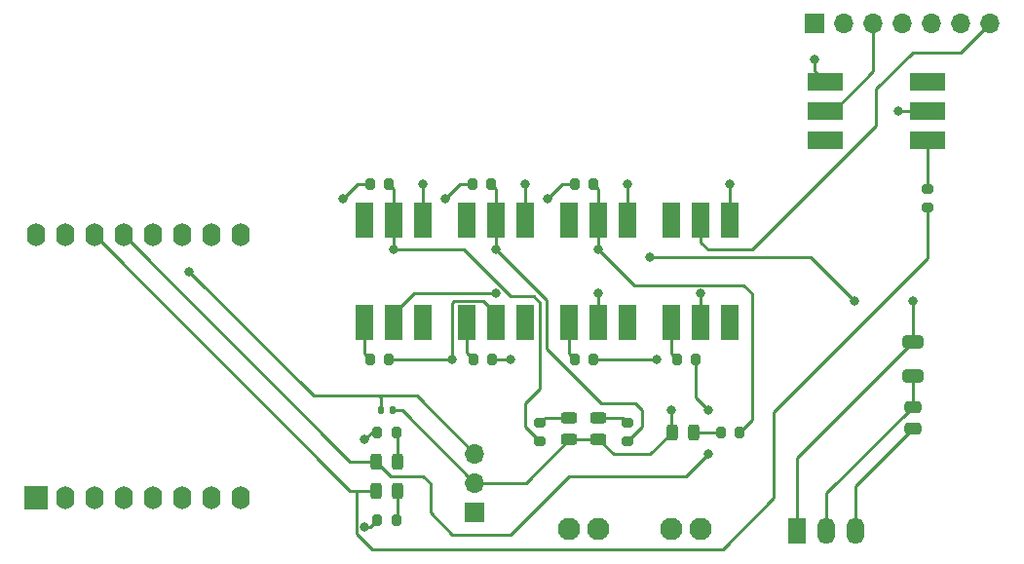
<source format=gbr>
%TF.GenerationSoftware,KiCad,Pcbnew,(7.0.0-0)*%
%TF.CreationDate,2023-05-22T11:06:43+02:00*%
%TF.ProjectId,garage-door-driver,67617261-6765-42d6-946f-6f722d647269,rev?*%
%TF.SameCoordinates,Original*%
%TF.FileFunction,Copper,L1,Top*%
%TF.FilePolarity,Positive*%
%FSLAX46Y46*%
G04 Gerber Fmt 4.6, Leading zero omitted, Abs format (unit mm)*
G04 Created by KiCad (PCBNEW (7.0.0-0)) date 2023-05-22 11:06:43*
%MOMM*%
%LPD*%
G01*
G04 APERTURE LIST*
G04 Aperture macros list*
%AMRoundRect*
0 Rectangle with rounded corners*
0 $1 Rounding radius*
0 $2 $3 $4 $5 $6 $7 $8 $9 X,Y pos of 4 corners*
0 Add a 4 corners polygon primitive as box body*
4,1,4,$2,$3,$4,$5,$6,$7,$8,$9,$2,$3,0*
0 Add four circle primitives for the rounded corners*
1,1,$1+$1,$2,$3*
1,1,$1+$1,$4,$5*
1,1,$1+$1,$6,$7*
1,1,$1+$1,$8,$9*
0 Add four rect primitives between the rounded corners*
20,1,$1+$1,$2,$3,$4,$5,0*
20,1,$1+$1,$4,$5,$6,$7,0*
20,1,$1+$1,$6,$7,$8,$9,0*
20,1,$1+$1,$8,$9,$2,$3,0*%
G04 Aperture macros list end*
%TA.AperFunction,SMDPad,CuDef*%
%ADD10RoundRect,0.200000X0.200000X0.275000X-0.200000X0.275000X-0.200000X-0.275000X0.200000X-0.275000X0*%
%TD*%
%TA.AperFunction,SMDPad,CuDef*%
%ADD11RoundRect,0.200000X0.275000X-0.200000X0.275000X0.200000X-0.275000X0.200000X-0.275000X-0.200000X0*%
%TD*%
%TA.AperFunction,SMDPad,CuDef*%
%ADD12RoundRect,0.250000X-0.650000X0.325000X-0.650000X-0.325000X0.650000X-0.325000X0.650000X0.325000X0*%
%TD*%
%TA.AperFunction,SMDPad,CuDef*%
%ADD13R,1.600000X3.100000*%
%TD*%
%TA.AperFunction,SMDPad,CuDef*%
%ADD14RoundRect,0.250000X0.475000X-0.250000X0.475000X0.250000X-0.475000X0.250000X-0.475000X-0.250000X0*%
%TD*%
%TA.AperFunction,SMDPad,CuDef*%
%ADD15RoundRect,0.135000X0.135000X0.185000X-0.135000X0.185000X-0.135000X-0.185000X0.135000X-0.185000X0*%
%TD*%
%TA.AperFunction,SMDPad,CuDef*%
%ADD16RoundRect,0.243750X0.243750X0.456250X-0.243750X0.456250X-0.243750X-0.456250X0.243750X-0.456250X0*%
%TD*%
%TA.AperFunction,ComponentPad*%
%ADD17R,1.700000X1.700000*%
%TD*%
%TA.AperFunction,ComponentPad*%
%ADD18O,1.700000X1.700000*%
%TD*%
%TA.AperFunction,ComponentPad*%
%ADD19R,2.000000X2.000000*%
%TD*%
%TA.AperFunction,ComponentPad*%
%ADD20O,1.600000X2.000000*%
%TD*%
%TA.AperFunction,SMDPad,CuDef*%
%ADD21R,3.100000X1.600000*%
%TD*%
%TA.AperFunction,SMDPad,CuDef*%
%ADD22RoundRect,0.243750X-0.456250X0.243750X-0.456250X-0.243750X0.456250X-0.243750X0.456250X0.243750X0*%
%TD*%
%TA.AperFunction,ComponentPad*%
%ADD23C,1.950000*%
%TD*%
%TA.AperFunction,SMDPad,CuDef*%
%ADD24RoundRect,0.200000X-0.200000X-0.275000X0.200000X-0.275000X0.200000X0.275000X-0.200000X0.275000X0*%
%TD*%
%TA.AperFunction,ComponentPad*%
%ADD25R,1.500000X2.300000*%
%TD*%
%TA.AperFunction,ComponentPad*%
%ADD26O,1.500000X2.300000*%
%TD*%
%TA.AperFunction,ViaPad*%
%ADD27C,0.800000*%
%TD*%
%TA.AperFunction,Conductor*%
%ADD28C,0.250000*%
%TD*%
G04 APERTURE END LIST*
D10*
%TO.P,R11,1*%
%TO.N,Net-(D4-A)*%
X179895000Y-90170000D03*
%TO.P,R11,2*%
%TO.N,Net-(R11-Pad2)*%
X178245000Y-90170000D03*
%TD*%
D11*
%TO.P,R6,1*%
%TO.N,Net-(U2-MISO{slash}D6)*%
X173990000Y-97345000D03*
%TO.P,R6,2*%
%TO.N,Net-(D3-K)*%
X173990000Y-95695000D03*
%TD*%
D12*
%TO.P,C1,1*%
%TO.N,+24V*%
X198755000Y-88695000D03*
%TO.P,C1,2*%
%TO.N,GND*%
X198755000Y-91645000D03*
%TD*%
D13*
%TO.P,U3,1*%
%TO.N,Net-(R5-Pad2)*%
X151129999Y-86994999D03*
%TO.P,U3,2*%
%TO.N,Net-(J3-Pin_1)*%
X153669999Y-86994999D03*
%TO.P,U3,3,NC*%
%TO.N,unconnected-(U3-NC-Pad3)*%
X156209999Y-86994999D03*
%TO.P,U3,4*%
%TO.N,GND*%
X156209999Y-78104999D03*
%TO.P,U3,5*%
%TO.N,Net-(U2-SCK{slash}D5)*%
X153669999Y-78104999D03*
%TO.P,U3,6*%
%TO.N,unconnected-(U3-Pad6)*%
X151129999Y-78104999D03*
%TD*%
D14*
%TO.P,C2,1*%
%TO.N,+5V*%
X198755000Y-96200000D03*
%TO.P,C2,2*%
%TO.N,GND*%
X198755000Y-94300000D03*
%TD*%
D13*
%TO.P,U5,1*%
%TO.N,Net-(R10-Pad2)*%
X160019999Y-86994999D03*
%TO.P,U5,2*%
%TO.N,Net-(J3-Pin_2)*%
X162559999Y-86994999D03*
%TO.P,U5,3,NC*%
%TO.N,unconnected-(U5-NC-Pad3)*%
X165099999Y-86994999D03*
%TO.P,U5,4*%
%TO.N,GND*%
X165099999Y-78104999D03*
%TO.P,U5,5*%
%TO.N,Net-(U2-MISO{slash}D6)*%
X162559999Y-78104999D03*
%TO.P,U5,6*%
%TO.N,unconnected-(U5-Pad6)*%
X160019999Y-78104999D03*
%TD*%
D15*
%TO.P,R1,1*%
%TO.N,+3V3*%
X153545000Y-94615000D03*
%TO.P,R1,2*%
%TO.N,Net-(J1-Pin_3)*%
X152525000Y-94615000D03*
%TD*%
D16*
%TO.P,D2,1,K*%
%TO.N,Net-(D2-K)*%
X153972500Y-101600000D03*
%TO.P,D2,2,A*%
%TO.N,Net-(D2-A)*%
X152097500Y-101600000D03*
%TD*%
D10*
%TO.P,R14,1*%
%TO.N,Net-(J2-Pin_1)*%
X171005000Y-90170000D03*
%TO.P,R14,2*%
%TO.N,Net-(R14-Pad2)*%
X169355000Y-90170000D03*
%TD*%
D11*
%TO.P,R7,1*%
%TO.N,Net-(D2-A)*%
X200025000Y-77025000D03*
%TO.P,R7,2*%
%TO.N,Net-(R7-Pad2)*%
X200025000Y-75375000D03*
%TD*%
D10*
%TO.P,R12,1*%
%TO.N,Net-(U2-MOSI{slash}D7)*%
X183705000Y-96520000D03*
%TO.P,R12,2*%
%TO.N,Net-(D5-K)*%
X182055000Y-96520000D03*
%TD*%
%TO.P,R10,1*%
%TO.N,Net-(J3-Pin_1)*%
X162203000Y-90170000D03*
%TO.P,R10,2*%
%TO.N,Net-(R10-Pad2)*%
X160553000Y-90170000D03*
%TD*%
D16*
%TO.P,D5,1,K*%
%TO.N,Net-(D5-K)*%
X179705000Y-96520000D03*
%TO.P,D5,2,A*%
%TO.N,+3V3*%
X177830000Y-96520000D03*
%TD*%
D17*
%TO.P,J1,1,Pin_1*%
%TO.N,GND*%
X160654999Y-103444999D03*
D18*
%TO.P,J1,2,Pin_2*%
%TO.N,+3V3*%
X160654999Y-100904999D03*
%TO.P,J1,3,Pin_3*%
%TO.N,Net-(J1-Pin_3)*%
X160654999Y-98364999D03*
%TD*%
D19*
%TO.P,U2,1,~{RST}*%
%TO.N,unconnected-(U2-~{RST}-Pad1)*%
X122554999Y-102234999D03*
D20*
%TO.P,U2,2,A0*%
%TO.N,unconnected-(U2-A0-Pad2)*%
X125094999Y-102234999D03*
%TO.P,U2,3,D0*%
%TO.N,unconnected-(U2-D0-Pad3)*%
X127634999Y-102234999D03*
%TO.P,U2,4,SCK/D5*%
%TO.N,Net-(U2-SCK{slash}D5)*%
X130174999Y-102234999D03*
%TO.P,U2,5,MISO/D6*%
%TO.N,Net-(U2-MISO{slash}D6)*%
X132714999Y-102234999D03*
%TO.P,U2,6,MOSI/D7*%
%TO.N,Net-(U2-MOSI{slash}D7)*%
X135254999Y-102234999D03*
%TO.P,U2,7,CS/D8*%
%TO.N,unconnected-(U2-CS{slash}D8-Pad7)*%
X137794999Y-102234999D03*
%TO.P,U2,8,3V3*%
%TO.N,+3V3*%
X140334999Y-102234999D03*
%TO.P,U2,9,5V*%
%TO.N,+5V*%
X140334999Y-79374999D03*
%TO.P,U2,10,GND*%
%TO.N,GND*%
X137794999Y-79374999D03*
%TO.P,U2,11,D4*%
%TO.N,unconnected-(U2-D4-Pad11)*%
X135254999Y-79374999D03*
%TO.P,U2,12,D3*%
%TO.N,unconnected-(U2-D3-Pad12)*%
X132714999Y-79374999D03*
%TO.P,U2,13,SDA/D2*%
%TO.N,Net-(D4-A)*%
X130174999Y-79374999D03*
%TO.P,U2,14,SCL/D1*%
%TO.N,Net-(D2-A)*%
X127634999Y-79374999D03*
%TO.P,U2,15,RX*%
%TO.N,Net-(J1-Pin_3)*%
X125094999Y-79374999D03*
%TO.P,U2,16,TX*%
%TO.N,unconnected-(U2-TX-Pad16)*%
X122554999Y-79374999D03*
%TD*%
D21*
%TO.P,U4,1*%
%TO.N,Net-(R7-Pad2)*%
X200024999Y-71119999D03*
%TO.P,U4,2*%
%TO.N,GND*%
X200024999Y-68579999D03*
%TO.P,U4,3,NC*%
%TO.N,unconnected-(U4-NC-Pad3)*%
X200024999Y-66039999D03*
%TO.P,U4,4*%
%TO.N,GND*%
X191134999Y-66039999D03*
%TO.P,U4,5*%
%TO.N,Net-(J4-Pin_3)*%
X191134999Y-68579999D03*
%TO.P,U4,6*%
%TO.N,unconnected-(U4-Pad6)*%
X191134999Y-71119999D03*
%TD*%
D17*
%TO.P,J4,1,Pin_1*%
%TO.N,GND*%
X190245999Y-60959999D03*
D18*
%TO.P,J4,2,Pin_2*%
%TO.N,unconnected-(J4-Pin_2-Pad2)*%
X192785999Y-60959999D03*
%TO.P,J4,3,Pin_3*%
%TO.N,Net-(J4-Pin_3)*%
X195325999Y-60959999D03*
%TO.P,J4,4,Pin_4*%
%TO.N,unconnected-(J4-Pin_4-Pad4)*%
X197865999Y-60959999D03*
%TO.P,J4,5,Pin_5*%
%TO.N,+24V*%
X200405999Y-60959999D03*
%TO.P,J4,6,Pin_6*%
%TO.N,unconnected-(J4-Pin_6-Pad6)*%
X202945999Y-60959999D03*
%TO.P,J4,7,Pin_7*%
%TO.N,Net-(J4-Pin_7)*%
X205485999Y-60959999D03*
%TD*%
D22*
%TO.P,D1,1,K*%
%TO.N,Net-(D1-K)*%
X168910000Y-95250000D03*
%TO.P,D1,2,A*%
%TO.N,+3V3*%
X168910000Y-97125000D03*
%TD*%
D23*
%TO.P,J2,1,Pin_1*%
%TO.N,Net-(J2-Pin_1)*%
X180340000Y-104925000D03*
%TO.P,J2,2,Pin_2*%
%TO.N,Net-(J2-Pin_2)*%
X177800000Y-104925000D03*
%TD*%
D24*
%TO.P,R4,1*%
%TO.N,GND*%
X152210000Y-104140000D03*
%TO.P,R4,2*%
%TO.N,Net-(D2-K)*%
X153860000Y-104140000D03*
%TD*%
D25*
%TO.P,U1,1,IN*%
%TO.N,+24V*%
X188687999Y-105077499D03*
D26*
%TO.P,U1,2,GND*%
%TO.N,GND*%
X191227999Y-105077499D03*
%TO.P,U1,3,OUT*%
%TO.N,+5V*%
X193767999Y-105077499D03*
%TD*%
D10*
%TO.P,R13,1*%
%TO.N,Net-(U2-MOSI{slash}D7)*%
X171005000Y-74930000D03*
%TO.P,R13,2*%
%TO.N,+3V3*%
X169355000Y-74930000D03*
%TD*%
D16*
%TO.P,D4,1,K*%
%TO.N,Net-(D4-K)*%
X153972500Y-99060000D03*
%TO.P,D4,2,A*%
%TO.N,Net-(D4-A)*%
X152097500Y-99060000D03*
%TD*%
D10*
%TO.P,R3,1*%
%TO.N,Net-(U2-SCK{slash}D5)*%
X153225000Y-74930000D03*
%TO.P,R3,2*%
%TO.N,+3V3*%
X151575000Y-74930000D03*
%TD*%
D22*
%TO.P,D3,1,K*%
%TO.N,Net-(D3-K)*%
X171450000Y-95250000D03*
%TO.P,D3,2,A*%
%TO.N,+3V3*%
X171450000Y-97125000D03*
%TD*%
D23*
%TO.P,J3,1,Pin_1*%
%TO.N,Net-(J3-Pin_1)*%
X171450000Y-104925000D03*
%TO.P,J3,2,Pin_2*%
%TO.N,Net-(J3-Pin_2)*%
X168910000Y-104925000D03*
%TD*%
D11*
%TO.P,R2,1*%
%TO.N,Net-(U2-SCK{slash}D5)*%
X166370000Y-97345000D03*
%TO.P,R2,2*%
%TO.N,Net-(D1-K)*%
X166370000Y-95695000D03*
%TD*%
D24*
%TO.P,R9,1*%
%TO.N,GND*%
X152210000Y-96520000D03*
%TO.P,R9,2*%
%TO.N,Net-(D4-K)*%
X153860000Y-96520000D03*
%TD*%
D13*
%TO.P,U6,1*%
%TO.N,Net-(R11-Pad2)*%
X177799999Y-86994999D03*
%TO.P,U6,2*%
%TO.N,GND*%
X180339999Y-86994999D03*
%TO.P,U6,3,NC*%
%TO.N,unconnected-(U6-NC-Pad3)*%
X182879999Y-86994999D03*
%TO.P,U6,4*%
%TO.N,GND*%
X182879999Y-78104999D03*
%TO.P,U6,5*%
%TO.N,Net-(J4-Pin_7)*%
X180339999Y-78104999D03*
%TO.P,U6,6*%
%TO.N,unconnected-(U6-Pad6)*%
X177799999Y-78104999D03*
%TD*%
D10*
%TO.P,R8,1*%
%TO.N,Net-(U2-MISO{slash}D6)*%
X162115000Y-74930000D03*
%TO.P,R8,2*%
%TO.N,+3V3*%
X160465000Y-74930000D03*
%TD*%
D13*
%TO.P,U7,1*%
%TO.N,Net-(R14-Pad2)*%
X168909999Y-86994999D03*
%TO.P,U7,2*%
%TO.N,Net-(J2-Pin_2)*%
X171449999Y-86994999D03*
%TO.P,U7,3,NC*%
%TO.N,unconnected-(U7-NC-Pad3)*%
X173989999Y-86994999D03*
%TO.P,U7,4*%
%TO.N,GND*%
X173989999Y-78104999D03*
%TO.P,U7,5*%
%TO.N,Net-(U2-MOSI{slash}D7)*%
X171449999Y-78104999D03*
%TO.P,U7,6*%
%TO.N,unconnected-(U7-Pad6)*%
X168909999Y-78104999D03*
%TD*%
D10*
%TO.P,R5,1*%
%TO.N,Net-(J3-Pin_2)*%
X153225000Y-90170000D03*
%TO.P,R5,2*%
%TO.N,Net-(R5-Pad2)*%
X151575000Y-90170000D03*
%TD*%
D27*
%TO.N,+24V*%
X198755000Y-85090000D03*
%TO.N,GND*%
X151130000Y-97155000D03*
X156210000Y-74930000D03*
X182880000Y-74930000D03*
X173990000Y-74930000D03*
X190246000Y-64135000D03*
X197485000Y-68580000D03*
X165100000Y-74930000D03*
X151130000Y-104775000D03*
X180340000Y-84455000D03*
%TO.N,+5V*%
X175895000Y-81280000D03*
X193675000Y-85090000D03*
%TO.N,+3V3*%
X158115000Y-76200000D03*
X167005000Y-76200000D03*
X177800000Y-94615000D03*
X149225000Y-76200000D03*
%TO.N,Net-(D4-A)*%
X180975000Y-98425000D03*
X180975000Y-94615000D03*
%TO.N,Net-(J1-Pin_3)*%
X135890000Y-82550000D03*
%TO.N,Net-(U2-SCK{slash}D5)*%
X153670000Y-80645000D03*
%TO.N,Net-(J3-Pin_2)*%
X158750000Y-90170000D03*
%TO.N,Net-(U2-MISO{slash}D6)*%
X162560000Y-80645000D03*
%TO.N,Net-(J3-Pin_1)*%
X163830000Y-90170000D03*
X162560000Y-84455000D03*
%TO.N,Net-(U2-MOSI{slash}D7)*%
X171450000Y-80645000D03*
%TO.N,Net-(J2-Pin_1)*%
X176530000Y-90170000D03*
%TO.N,Net-(J2-Pin_2)*%
X171450000Y-84455000D03*
%TD*%
D28*
%TO.N,+24V*%
X198755000Y-85090000D02*
X198755000Y-88695000D01*
X188688000Y-98762000D02*
X188688000Y-105077500D01*
X198755000Y-88695000D02*
X188688000Y-98762000D01*
%TO.N,GND*%
X190246000Y-64135000D02*
X190246000Y-65151000D01*
X151765000Y-96520000D02*
X151130000Y-97155000D01*
X198755000Y-94300000D02*
X191228000Y-101827000D01*
X198755000Y-91645000D02*
X198755000Y-94300000D01*
X151575000Y-104775000D02*
X152210000Y-104140000D01*
X182880000Y-74930000D02*
X182880000Y-78105000D01*
X151130000Y-104775000D02*
X151575000Y-104775000D01*
X156210000Y-78105000D02*
X156210000Y-74930000D01*
X173990000Y-78105000D02*
X173990000Y-74930000D01*
X152210000Y-96520000D02*
X151765000Y-96520000D01*
X190246000Y-65151000D02*
X191135000Y-66040000D01*
X200025000Y-68580000D02*
X197485000Y-68580000D01*
X165100000Y-78105000D02*
X165100000Y-74930000D01*
X191228000Y-101827000D02*
X191228000Y-105077500D01*
X180340000Y-86995000D02*
X180340000Y-84455000D01*
%TO.N,+5V*%
X198755000Y-96200000D02*
X193768000Y-101187000D01*
X193768000Y-101187000D02*
X193768000Y-105077500D01*
X175895000Y-81280000D02*
X189865000Y-81280000D01*
X189865000Y-81280000D02*
X193675000Y-85090000D01*
%TO.N,Net-(D1-K)*%
X168910000Y-95250000D02*
X166815000Y-95250000D01*
X166815000Y-95250000D02*
X166370000Y-95695000D01*
%TO.N,+3V3*%
X168910000Y-97125000D02*
X165130000Y-100905000D01*
X175925000Y-98425000D02*
X172750000Y-98425000D01*
X177800000Y-96490000D02*
X177830000Y-96520000D01*
X154365000Y-94615000D02*
X160655000Y-100905000D01*
X169355000Y-74930000D02*
X168275000Y-74930000D01*
X177800000Y-94615000D02*
X177800000Y-96490000D01*
X153545000Y-94615000D02*
X154365000Y-94615000D01*
X168910000Y-97125000D02*
X171450000Y-97125000D01*
X177830000Y-96520000D02*
X175925000Y-98425000D01*
X159385000Y-74930000D02*
X158115000Y-76200000D01*
X160465000Y-74930000D02*
X159385000Y-74930000D01*
X151575000Y-74930000D02*
X150495000Y-74930000D01*
X168275000Y-74930000D02*
X167005000Y-76200000D01*
X165130000Y-100905000D02*
X160655000Y-100905000D01*
X172750000Y-98425000D02*
X171450000Y-97125000D01*
X150495000Y-74930000D02*
X149225000Y-76200000D01*
%TO.N,Net-(D2-K)*%
X153972500Y-104027500D02*
X153860000Y-104140000D01*
X153972500Y-101600000D02*
X153972500Y-104027500D01*
%TO.N,Net-(D2-A)*%
X152097500Y-101600000D02*
X150495000Y-101600000D01*
X186690000Y-102235000D02*
X182245000Y-106680000D01*
X150405000Y-101690000D02*
X150495000Y-101600000D01*
X150495000Y-101600000D02*
X149860000Y-101600000D01*
X149860000Y-101600000D02*
X127635000Y-79375000D01*
X200025000Y-81417462D02*
X186690000Y-94752462D01*
X182245000Y-106680000D02*
X151765000Y-106680000D01*
X151765000Y-106680000D02*
X150405000Y-105320000D01*
X150405000Y-105320000D02*
X150405000Y-101690000D01*
X200025000Y-77025000D02*
X200025000Y-81417462D01*
X186690000Y-94752462D02*
X186690000Y-102235000D01*
%TO.N,Net-(D3-K)*%
X173545000Y-95250000D02*
X173990000Y-95695000D01*
X171450000Y-95250000D02*
X173545000Y-95250000D01*
%TO.N,Net-(D4-K)*%
X153972500Y-96632500D02*
X153860000Y-96520000D01*
X153972500Y-99060000D02*
X153972500Y-96632500D01*
%TO.N,Net-(D4-A)*%
X156845000Y-100965000D02*
X156210000Y-100330000D01*
X152097500Y-99060000D02*
X149860000Y-99060000D01*
X180975000Y-98425000D02*
X179070000Y-100330000D01*
X156210000Y-100330000D02*
X153367500Y-100330000D01*
X149860000Y-99060000D02*
X130175000Y-79375000D01*
X158750000Y-105410000D02*
X156845000Y-103505000D01*
X163830000Y-105410000D02*
X158750000Y-105410000D01*
X179895000Y-93535000D02*
X180975000Y-94615000D01*
X179070000Y-100330000D02*
X168910000Y-100330000D01*
X179895000Y-90170000D02*
X179895000Y-93535000D01*
X168910000Y-100330000D02*
X163830000Y-105410000D01*
X153367500Y-100330000D02*
X152097500Y-99060000D01*
X156845000Y-103505000D02*
X156845000Y-100965000D01*
%TO.N,Net-(D5-K)*%
X182055000Y-96520000D02*
X179705000Y-96520000D01*
%TO.N,Net-(J1-Pin_3)*%
X152525000Y-94615000D02*
X152525000Y-93470000D01*
X152400000Y-93345000D02*
X146685000Y-93345000D01*
X160655000Y-98365000D02*
X155635000Y-93345000D01*
X152525000Y-93470000D02*
X152400000Y-93345000D01*
X155635000Y-93345000D02*
X152400000Y-93345000D01*
X146685000Y-93345000D02*
X135890000Y-82550000D01*
%TO.N,Net-(U2-SCK{slash}D5)*%
X166370000Y-92710000D02*
X165100000Y-93980000D01*
X153670000Y-78105000D02*
X153670000Y-80645000D01*
X165100000Y-93980000D02*
X165100000Y-96075000D01*
X153225000Y-74930000D02*
X153670000Y-75375000D01*
X165804695Y-84699695D02*
X166370000Y-85265000D01*
X165100000Y-96075000D02*
X166370000Y-97345000D01*
X153670000Y-80645000D02*
X159775305Y-80645000D01*
X166370000Y-85265000D02*
X166370000Y-92710000D01*
X163830000Y-84699695D02*
X165804695Y-84699695D01*
X153670000Y-75375000D02*
X153670000Y-78105000D01*
X159775305Y-80645000D02*
X163830000Y-84699695D01*
%TO.N,Net-(J3-Pin_2)*%
X162560000Y-86245000D02*
X162560000Y-86995000D01*
X158750000Y-90170000D02*
X158750000Y-85265000D01*
X153225000Y-90170000D02*
X158750000Y-90170000D01*
X158750000Y-85265000D02*
X158925000Y-85090000D01*
X161405000Y-85090000D02*
X162560000Y-86245000D01*
X158925000Y-85090000D02*
X161405000Y-85090000D01*
%TO.N,Net-(R5-Pad2)*%
X151130000Y-86995000D02*
X151130000Y-89725000D01*
X151130000Y-89725000D02*
X151575000Y-90170000D01*
%TO.N,Net-(U2-MISO{slash}D6)*%
X171684334Y-93980000D02*
X174625000Y-93980000D01*
X166947500Y-89243166D02*
X171684334Y-93980000D01*
X175260000Y-94615000D02*
X175260000Y-96075000D01*
X162560000Y-80645000D02*
X166947500Y-85032500D01*
X162560000Y-78105000D02*
X162560000Y-80645000D01*
X162560000Y-75375000D02*
X162560000Y-78105000D01*
X174625000Y-93980000D02*
X175260000Y-94615000D01*
X175260000Y-96075000D02*
X173990000Y-97345000D01*
X166947500Y-85032500D02*
X166947500Y-89243166D01*
X162115000Y-74930000D02*
X162560000Y-75375000D01*
%TO.N,Net-(R7-Pad2)*%
X200025000Y-75375000D02*
X200025000Y-71120000D01*
%TO.N,Net-(J3-Pin_1)*%
X153670000Y-86995000D02*
X153670000Y-86245000D01*
X163830000Y-90170000D02*
X162203000Y-90170000D01*
X155460000Y-84455000D02*
X162560000Y-84455000D01*
X153670000Y-86245000D02*
X155460000Y-84455000D01*
%TO.N,Net-(R10-Pad2)*%
X160020000Y-86995000D02*
X160020000Y-89637000D01*
X160020000Y-89637000D02*
X160553000Y-90170000D01*
%TO.N,Net-(R11-Pad2)*%
X177800000Y-89725000D02*
X178245000Y-90170000D01*
X177800000Y-86995000D02*
X177800000Y-89725000D01*
%TO.N,Net-(U2-MOSI{slash}D7)*%
X171450000Y-80645000D02*
X174535000Y-83730000D01*
X184785000Y-84455000D02*
X184785000Y-95440000D01*
X171450000Y-78105000D02*
X171450000Y-80645000D01*
X184785000Y-95440000D02*
X183705000Y-96520000D01*
X171450000Y-75375000D02*
X171450000Y-78105000D01*
X174535000Y-83730000D02*
X184060000Y-83730000D01*
X171005000Y-74930000D02*
X171450000Y-75375000D01*
X184060000Y-83730000D02*
X184785000Y-84455000D01*
%TO.N,Net-(J2-Pin_1)*%
X176530000Y-90170000D02*
X171005000Y-90170000D01*
%TO.N,Net-(R14-Pad2)*%
X168910000Y-89725000D02*
X169355000Y-90170000D01*
X168910000Y-86995000D02*
X168910000Y-89725000D01*
%TO.N,Net-(J4-Pin_3)*%
X195326000Y-65139000D02*
X191885000Y-68580000D01*
X195326000Y-60960000D02*
X195326000Y-65139000D01*
X191885000Y-68580000D02*
X191135000Y-68580000D01*
%TO.N,Net-(J4-Pin_7)*%
X180975000Y-80645000D02*
X180340000Y-80010000D01*
X198755000Y-63500000D02*
X195580000Y-66675000D01*
X195580000Y-66675000D02*
X195580000Y-69850000D01*
X184785000Y-80645000D02*
X180975000Y-80645000D01*
X195580000Y-69850000D02*
X184785000Y-80645000D01*
X205486000Y-60960000D02*
X202946000Y-63500000D01*
X202946000Y-63500000D02*
X198755000Y-63500000D01*
X180340000Y-80010000D02*
X180340000Y-78105000D01*
%TO.N,Net-(J2-Pin_2)*%
X171450000Y-84455000D02*
X171450000Y-86995000D01*
%TD*%
M02*

</source>
